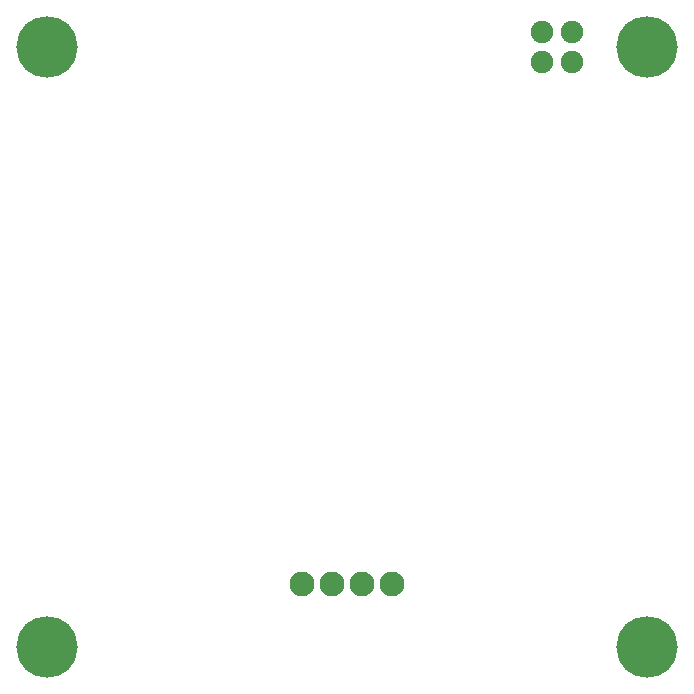
<source format=gbs>
G04 Layer: BottomSolderMaskLayer*
G04 EasyEDA v6.5.34, 2023-09-25 23:45:59*
G04 c5930d253d39478cbfd5350cf3090093,5a6b42c53f6a479593ecc07194224c93,10*
G04 Gerber Generator version 0.2*
G04 Scale: 100 percent, Rotated: No, Reflected: No *
G04 Dimensions in millimeters *
G04 leading zeros omitted , absolute positions ,4 integer and 5 decimal *
%FSLAX45Y45*%
%MOMM*%

%ADD10C,5.2032*%
%ADD11C,1.9016*%
%ADD12C,2.1016*%

%LPD*%
D10*
G01*
X380992Y5460992D03*
D11*
G01*
X4571992Y5587992D03*
G01*
X4571992Y5333992D03*
G01*
X4825992Y5333992D03*
G01*
X4825992Y5587992D03*
D10*
G01*
X380992Y380992D03*
G01*
X5460992Y380992D03*
G01*
X5460992Y5460992D03*
D12*
G01*
X3301992Y914392D03*
G01*
X2539992Y914392D03*
G01*
X2793992Y914392D03*
G01*
X3047992Y914392D03*
M02*

</source>
